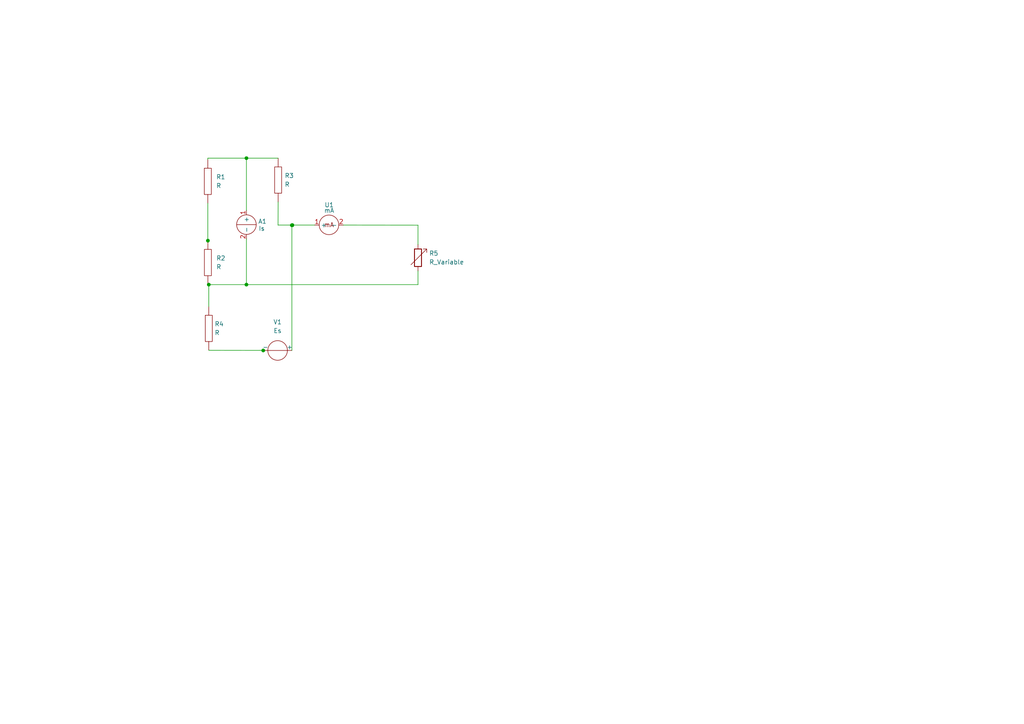
<source format=kicad_sch>
(kicad_sch (version 20211123) (generator eeschema)

  (uuid ad71aad2-64af-418d-8aec-3555125ccf08)

  (paper "A4")

  (lib_symbols
    (symbol "Device:R_Variable" (pin_numbers hide) (pin_names (offset 0)) (in_bom yes) (on_board yes)
      (property "Reference" "R" (id 0) (at 2.54 -2.54 90)
        (effects (font (size 1.27 1.27)) (justify left))
      )
      (property "Value" "R_Variable" (id 1) (at -2.54 -1.27 90)
        (effects (font (size 1.27 1.27)) (justify left))
      )
      (property "Footprint" "" (id 2) (at -1.778 0 90)
        (effects (font (size 1.27 1.27)) hide)
      )
      (property "Datasheet" "~" (id 3) (at 0 0 0)
        (effects (font (size 1.27 1.27)) hide)
      )
      (property "ki_keywords" "R res resistor variable potentiometer rheostat" (id 4) (at 0 0 0)
        (effects (font (size 1.27 1.27)) hide)
      )
      (property "ki_description" "Variable resistor" (id 5) (at 0 0 0)
        (effects (font (size 1.27 1.27)) hide)
      )
      (property "ki_fp_filters" "R_*" (id 6) (at 0 0 0)
        (effects (font (size 1.27 1.27)) hide)
      )
      (symbol "R_Variable_0_1"
        (rectangle (start -1.016 -2.54) (end 1.016 2.54)
          (stroke (width 0.254) (type default) (color 0 0 0 0))
          (fill (type none))
        )
        (polyline
          (pts
            (xy 2.54 1.524)
            (xy 2.54 2.54)
            (xy 1.524 2.54)
            (xy 2.54 2.54)
            (xy -2.032 -2.032)
          )
          (stroke (width 0) (type default) (color 0 0 0 0))
          (fill (type none))
        )
      )
      (symbol "R_Variable_1_1"
        (pin passive line (at 0 3.81 270) (length 1.27)
          (name "~" (effects (font (size 1.27 1.27))))
          (number "1" (effects (font (size 1.27 1.27))))
        )
        (pin passive line (at 0 -3.81 90) (length 1.27)
          (name "~" (effects (font (size 1.27 1.27))))
          (number "2" (effects (font (size 1.27 1.27))))
        )
      )
    )
    (symbol "pspice:R" (pin_numbers hide) (pin_names (offset 0)) (in_bom yes) (on_board yes)
      (property "Reference" "R" (id 0) (at 2.032 0 90)
        (effects (font (size 1.27 1.27)))
      )
      (property "Value" "R" (id 1) (at 0 0 90)
        (effects (font (size 1.27 1.27)))
      )
      (property "Footprint" "" (id 2) (at 0 0 0)
        (effects (font (size 1.27 1.27)) hide)
      )
      (property "Datasheet" "~" (id 3) (at 0 0 0)
        (effects (font (size 1.27 1.27)) hide)
      )
      (property "ki_keywords" "resistor simulation" (id 4) (at 0 0 0)
        (effects (font (size 1.27 1.27)) hide)
      )
      (property "ki_description" "Resistor symbol for simulation only" (id 5) (at 0 0 0)
        (effects (font (size 1.27 1.27)) hide)
      )
      (symbol "R_0_1"
        (rectangle (start -1.016 3.81) (end 1.016 -3.81)
          (stroke (width 0) (type default) (color 0 0 0 0))
          (fill (type none))
        )
      )
      (symbol "R_1_1"
        (pin passive line (at 0 6.35 270) (length 2.54)
          (name "~" (effects (font (size 1.27 1.27))))
          (number "1" (effects (font (size 1.27 1.27))))
        )
        (pin passive line (at 0 -6.35 90) (length 2.54)
          (name "~" (effects (font (size 1.27 1.27))))
          (number "2" (effects (font (size 1.27 1.27))))
        )
      )
    )
    (symbol "test2021:Es" (pin_numbers hide) (pin_names (offset 0)) (in_bom yes) (on_board yes)
      (property "Reference" "V" (id 0) (at -3.5306 2.667 0)
        (effects (font (size 1.27 1.27)))
      )
      (property "Value" "Es" (id 1) (at -2.9972 -3.3782 0)
        (effects (font (size 1.27 1.27)))
      )
      (property "Footprint" "" (id 2) (at -1.778 -0.0508 90)
        (effects (font (size 1.27 1.27)) hide)
      )
      (property "Datasheet" "~" (id 3) (at -3.5306 -1.1176 0)
        (effects (font (size 1.27 1.27)) hide)
      )
      (property "ki_keywords" "R res resistor" (id 4) (at 0 0 0)
        (effects (font (size 1.27 1.27)) hide)
      )
      (property "ki_description" "Resistor" (id 5) (at 0 0 0)
        (effects (font (size 1.27 1.27)) hide)
      )
      (property "ki_fp_filters" "R_*" (id 6) (at 0 0 0)
        (effects (font (size 1.27 1.27)) hide)
      )
      (symbol "Es_0_1"
        (circle (center 0 -0.0508) (radius 2.8398)
          (stroke (width 0) (type default) (color 0 0 0 0))
          (fill (type none))
        )
        (polyline
          (pts
            (xy 0 2.7686)
            (xy 0 2.7686)
          )
          (stroke (width 0) (type default) (color 0 0 0 0))
          (fill (type none))
        )
        (polyline
          (pts
            (xy 0 2.794)
            (xy 0 -2.921)
          )
          (stroke (width 0) (type default) (color 0 0 0 0))
          (fill (type none))
        )
      )
      (symbol "Es_1_1"
        (pin passive line (at 0 4.0894 270) (length 1.27)
          (name "+" (effects (font (size 1.27 1.27))))
          (number "1" (effects (font (size 1.27 1.27))))
        )
        (pin passive line (at 0 -4.2164 90) (length 1.27)
          (name "-" (effects (font (size 1.27 1.27))))
          (number "2" (effects (font (size 1.27 1.27))))
        )
      )
    )
    (symbol "test2021:Is" (in_bom yes) (on_board yes)
      (property "Reference" "A" (id 0) (at -3.2258 -3.2004 0)
        (effects (font (size 1.27 1.27)))
      )
      (property "Value" "Is" (id 1) (at -3.5052 2.286 0)
        (effects (font (size 1.27 1.27)))
      )
      (property "Footprint" "" (id 2) (at 0.0762 -0.0254 0)
        (effects (font (size 1.27 1.27)) hide)
      )
      (property "Datasheet" "" (id 3) (at 0.0762 -0.0254 0)
        (effects (font (size 1.27 1.27)) hide)
      )
      (symbol "Is_0_1"
        (polyline
          (pts
            (xy -2.8448 0)
            (xy 2.794 0)
          )
          (stroke (width 0) (type default) (color 0 0 0 0))
          (fill (type none))
        )
        (polyline
          (pts
            (xy 0 2.8194)
            (xy 0 2.8194)
          )
          (stroke (width 0) (type default) (color 0 0 0 0))
          (fill (type none))
        )
        (circle (center 0 0) (radius 2.8398)
          (stroke (width 0) (type default) (color 0 0 0 0))
          (fill (type none))
        )
      )
      (symbol "Is_1_1"
        (pin passive line (at 0 4.1402 270) (length 1.27)
          (name "+" (effects (font (size 1.27 1.27))))
          (number "1" (effects (font (size 1.27 1.27))))
        )
        (pin passive line (at 0 -4.1656 90) (length 1.27)
          (name "-" (effects (font (size 1.27 1.27))))
          (number "2" (effects (font (size 1.27 1.27))))
        )
      )
    )
    (symbol "test2021:mA" (in_bom yes) (on_board yes)
      (property "Reference" "U" (id 0) (at -1.1176 -3.556 0)
        (effects (font (size 1.27 1.27)))
      )
      (property "Value" "mA" (id 1) (at -4.6736 3.7592 0)
        (effects (font (size 1.27 1.27)))
      )
      (property "Footprint" "" (id 2) (at 0 0.0254 0)
        (effects (font (size 1.27 1.27)) hide)
      )
      (property "Datasheet" "" (id 3) (at 0 0.0254 0)
        (effects (font (size 1.27 1.27)) hide)
      )
      (symbol "mA_0_0"
        (text "mA" (at -0.1016 0.0508 0)
          (effects (font (size 1.27 1.27)))
        )
      )
      (symbol "mA_0_1"
        (circle (center -0.1143 0.0635) (radius 2.8398)
          (stroke (width 0) (type default) (color 0 0 0 0))
          (fill (type none))
        )
        (polyline
          (pts
            (xy -2.9337 0.0635)
            (xy -2.9337 0.0635)
          )
          (stroke (width 0) (type default) (color 0 0 0 0))
          (fill (type none))
        )
      )
      (symbol "mA_1_1"
        (pin passive line (at -4.2672 0 0) (length 1.27)
          (name "+" (effects (font (size 1.27 1.27))))
          (number "1" (effects (font (size 1.27 1.27))))
        )
        (pin passive line (at 4.064 0 180) (length 1.27)
          (name "-" (effects (font (size 1.27 1.27))))
          (number "2" (effects (font (size 1.27 1.27))))
        )
      )
    )
  )

  (junction (at 60.2996 69.7992) (diameter 0) (color 0 0 0 0)
    (uuid 1842c0bf-93a0-4d59-b5e5-6df32790bec6)
  )
  (junction (at 76.3524 101.6508) (diameter 0) (color 0 0 0 0)
    (uuid 1e4cc2ec-9de8-4380-b7b8-3861fe50efae)
  )
  (junction (at 84.7598 65.3288) (diameter 0) (color 0 0 0 0)
    (uuid 22fdcf8c-9d44-430b-8f04-dbe800444d59)
  )
  (junction (at 84.7852 65.278) (diameter 0) (color 0 0 0 0)
    (uuid 3387ef07-1df8-4c86-8b93-f194a01240f2)
  )
  (junction (at 60.5536 82.55) (diameter 0) (color 0 0 0 0)
    (uuid 48bacacf-15ed-4c7c-85c1-ac062ceb94ea)
  )
  (junction (at 84.709 65.3288) (diameter 0) (color 0 0 0 0)
    (uuid 8e8b832f-206e-4e0b-b7f4-b0c560dc988f)
  )
  (junction (at 71.4756 45.8724) (diameter 0) (color 0 0 0 0)
    (uuid bafa6f41-fee9-47c1-b728-21f3eb7cbb40)
  )
  (junction (at 71.4756 82.55) (diameter 0) (color 0 0 0 0)
    (uuid ce6f3b3f-8b56-44e0-a082-e336e3ab3c1c)
  )
  (junction (at 84.6582 65.3288) (diameter 0) (color 0 0 0 0)
    (uuid e8eda4f9-7e4a-4853-8aa5-efbd3859ce37)
  )

  (wire (pts (xy 84.709 65.3288) (xy 84.7598 65.3288))
    (stroke (width 0) (type default) (color 0 0 0 0))
    (uuid 02a2446f-c5ee-4b46-8fd1-8b8e18381800)
  )
  (wire (pts (xy 80.645 65.278) (xy 84.7852 65.278))
    (stroke (width 0) (type default) (color 0 0 0 0))
    (uuid 048b8622-dcc7-4748-ab7f-c45bb6f5df8b)
  )
  (wire (pts (xy 60.5536 82.55) (xy 71.4756 82.55))
    (stroke (width 0) (type default) (color 0 0 0 0))
    (uuid 04b07678-b194-4273-82a1-6841f8d8828b)
  )
  (wire (pts (xy 71.4756 82.55) (xy 71.4756 69.3166))
    (stroke (width 0) (type default) (color 0 0 0 0))
    (uuid 05d6f4a5-75d1-4ed0-99bb-c9ecf0a7fd6f)
  )
  (wire (pts (xy 60.5536 101.6) (xy 76.454 101.6254))
    (stroke (width 0) (type default) (color 0 0 0 0))
    (uuid 21592679-a3c5-47f8-af23-3e79216dc872)
  )
  (wire (pts (xy 71.4756 45.8724) (xy 71.4756 61.0108))
    (stroke (width 0) (type default) (color 0 0 0 0))
    (uuid 28ce5c81-1be9-4cc3-bf90-f80a3b469d8f)
  )
  (wire (pts (xy 60.2742 58.9534) (xy 60.2742 69.85))
    (stroke (width 0) (type default) (color 0 0 0 0))
    (uuid 2cf294b4-3f21-45a6-8879-4e6ab58c574a)
  )
  (wire (pts (xy 99.5934 65.278) (xy 121.2342 65.3034))
    (stroke (width 0) (type default) (color 0 0 0 0))
    (uuid 35063e92-836a-49ac-affb-8edbf010c03f)
  )
  (wire (pts (xy 60.2996 82.4992) (xy 60.5536 82.55))
    (stroke (width 0) (type default) (color 0 0 0 0))
    (uuid 38fe5354-6de6-4004-8152-416d87c1d26a)
  )
  (wire (pts (xy 84.7852 65.278) (xy 84.709 65.3288))
    (stroke (width 0) (type default) (color 0 0 0 0))
    (uuid 4104f839-8f75-4d84-b8b0-cd25cdf17341)
  )
  (wire (pts (xy 121.2342 82.55) (xy 71.4756 82.55))
    (stroke (width 0) (type default) (color 0 0 0 0))
    (uuid 503e2cbe-61fb-444d-baa2-11b1dff77af4)
  )
  (wire (pts (xy 60.2742 69.85) (xy 60.2996 69.7992))
    (stroke (width 0) (type default) (color 0 0 0 0))
    (uuid 983edb54-6720-4569-92ee-78a4db5c7fe7)
  )
  (wire (pts (xy 80.6704 58.5724) (xy 80.645 65.278))
    (stroke (width 0) (type default) (color 0 0 0 0))
    (uuid 9a69721a-c10b-4806-abb5-5049add4a3e1)
  )
  (wire (pts (xy 84.6582 65.3288) (xy 84.709 65.3288))
    (stroke (width 0) (type default) (color 0 0 0 0))
    (uuid b296b0be-df7c-42da-8adb-c6c89e373584)
  )
  (wire (pts (xy 71.4756 45.8724) (xy 80.6704 45.8724))
    (stroke (width 0) (type default) (color 0 0 0 0))
    (uuid c3eb778d-0e7f-44d8-99c5-ec2bca85c135)
  )
  (wire (pts (xy 121.2342 65.3034) (xy 121.2342 70.9422))
    (stroke (width 0) (type default) (color 0 0 0 0))
    (uuid c3f88ba2-65c2-4e13-9989-80b78d93dab6)
  )
  (wire (pts (xy 60.2742 46.2534) (xy 60.2742 45.8724))
    (stroke (width 0) (type default) (color 0 0 0 0))
    (uuid c3fe1253-21f2-46bf-8120-24727fb6e02e)
  )
  (wire (pts (xy 84.7852 65.278) (xy 91.2622 65.278))
    (stroke (width 0) (type default) (color 0 0 0 0))
    (uuid cd802ff8-b046-4d73-bd20-da69b7dcf872)
  )
  (wire (pts (xy 60.2742 45.8724) (xy 71.4756 45.8724))
    (stroke (width 0) (type default) (color 0 0 0 0))
    (uuid d5c3b5e4-b768-4b94-930a-a15d788d186c)
  )
  (wire (pts (xy 76.454 101.6254) (xy 76.3524 101.6508))
    (stroke (width 0) (type default) (color 0 0 0 0))
    (uuid e6321a48-1684-4588-90e7-b85e76ec3a21)
  )
  (wire (pts (xy 60.5536 82.55) (xy 60.5536 88.9))
    (stroke (width 0) (type default) (color 0 0 0 0))
    (uuid f0820ae9-c7b4-49ce-b442-248689954b4a)
  )
  (wire (pts (xy 121.2342 78.5622) (xy 121.2342 82.55))
    (stroke (width 0) (type default) (color 0 0 0 0))
    (uuid f8864636-5003-4866-b553-ba06a8f9f743)
  )
  (wire (pts (xy 84.6582 101.6508) (xy 84.6582 65.3288))
    (stroke (width 0) (type default) (color 0 0 0 0))
    (uuid fd4110ec-89d8-435d-9c86-a44dcd149739)
  )

  (symbol (lib_id "pspice:R") (at 60.2996 76.1492 0) (unit 1)
    (in_bom yes) (on_board yes) (fields_autoplaced)
    (uuid 4a3fcb78-08c1-456e-b3c2-b4d745a41411)
    (property "Reference" "R2" (id 0) (at 62.7126 74.8791 0)
      (effects (font (size 1.27 1.27)) (justify left))
    )
    (property "Value" "R" (id 1) (at 62.7126 77.4191 0)
      (effects (font (size 1.27 1.27)) (justify left))
    )
    (property "Footprint" "test2021:R" (id 2) (at 60.2996 76.1492 0)
      (effects (font (size 1.27 1.27)) hide)
    )
    (property "Datasheet" "~" (id 3) (at 60.2996 76.1492 0)
      (effects (font (size 1.27 1.27)) hide)
    )
    (pin "1" (uuid 8469d1fb-bf4f-4aa6-a86e-c4244eb48da4))
    (pin "2" (uuid 485241c2-2b41-4aa0-ac46-ea02b4ea42aa))
  )

  (symbol (lib_id "test2021:mA") (at 95.5294 65.278 0) (unit 1)
    (in_bom yes) (on_board yes)
    (uuid 51ef663c-e7bc-47d7-9a11-384a71ed815d)
    (property "Reference" "U1" (id 0) (at 95.4786 59.436 0))
    (property "Value" "mA" (id 1) (at 95.4786 61.0616 0))
    (property "Footprint" "test2021:Multimeter" (id 2) (at 95.5294 65.2526 0)
      (effects (font (size 1.27 1.27)) hide)
    )
    (property "Datasheet" "" (id 3) (at 95.5294 65.2526 0)
      (effects (font (size 1.27 1.27)) hide)
    )
    (pin "1" (uuid 78f05183-1f9f-4e62-9912-11d3c571fa8c))
    (pin "2" (uuid ddb631f5-6e00-44c0-8b3d-425d6ceec6bc))
  )

  (symbol (lib_id "pspice:R") (at 60.2742 52.6034 0) (unit 1)
    (in_bom yes) (on_board yes) (fields_autoplaced)
    (uuid 52ef4d27-2ec6-4265-be26-27896381b7d5)
    (property "Reference" "R1" (id 0) (at 62.6872 51.3333 0)
      (effects (font (size 1.27 1.27)) (justify left))
    )
    (property "Value" "R" (id 1) (at 62.6872 53.8733 0)
      (effects (font (size 1.27 1.27)) (justify left))
    )
    (property "Footprint" "test2021:R" (id 2) (at 60.2742 52.6034 0)
      (effects (font (size 1.27 1.27)) hide)
    )
    (property "Datasheet" "~" (id 3) (at 60.2742 52.6034 0)
      (effects (font (size 1.27 1.27)) hide)
    )
    (pin "1" (uuid cdb83e6a-ca59-4127-8f16-db4ae199d506))
    (pin "2" (uuid 355751ac-9f08-4fec-aea9-462d33920d5e))
  )

  (symbol (lib_id "pspice:R") (at 80.6704 52.2224 0) (unit 1)
    (in_bom yes) (on_board yes) (fields_autoplaced)
    (uuid 72c72696-2838-473a-b2ad-fb1ba10296ec)
    (property "Reference" "R3" (id 0) (at 82.55 50.9523 0)
      (effects (font (size 1.27 1.27)) (justify left))
    )
    (property "Value" "R" (id 1) (at 82.55 53.4923 0)
      (effects (font (size 1.27 1.27)) (justify left))
    )
    (property "Footprint" "test2021:R" (id 2) (at 80.6704 52.2224 0)
      (effects (font (size 1.27 1.27)) hide)
    )
    (property "Datasheet" "~" (id 3) (at 80.6704 52.2224 0)
      (effects (font (size 1.27 1.27)) hide)
    )
    (pin "1" (uuid ce3604b3-c155-45d0-9b38-3214632e507e))
    (pin "2" (uuid 3ab09ad4-59ba-4d2b-8861-0b497665d6e4))
  )

  (symbol (lib_id "pspice:R") (at 60.5536 95.25 0) (unit 1)
    (in_bom yes) (on_board yes) (fields_autoplaced)
    (uuid 9112dd6f-cee7-41da-9b06-01d1acbf2f8f)
    (property "Reference" "R4" (id 0) (at 62.23 93.9799 0)
      (effects (font (size 1.27 1.27)) (justify left))
    )
    (property "Value" "R" (id 1) (at 62.23 96.5199 0)
      (effects (font (size 1.27 1.27)) (justify left))
    )
    (property "Footprint" "test2021:R" (id 2) (at 60.5536 95.25 0)
      (effects (font (size 1.27 1.27)) hide)
    )
    (property "Datasheet" "~" (id 3) (at 60.5536 95.25 0)
      (effects (font (size 1.27 1.27)) hide)
    )
    (pin "1" (uuid fb1d3b8b-1669-4a19-b01a-d96bead000de))
    (pin "2" (uuid 755fc66e-1201-421c-8580-f5e20fa23fee))
  )

  (symbol (lib_id "test2021:Es") (at 80.5688 101.6508 270) (unit 1)
    (in_bom yes) (on_board yes) (fields_autoplaced)
    (uuid 94ab70ae-d0e9-469a-92e4-1ebc198d4b6d)
    (property "Reference" "V1" (id 0) (at 80.5053 93.3958 90))
    (property "Value" "Es" (id 1) (at 80.5053 95.9358 90))
    (property "Footprint" "test2021:Vs" (id 2) (at 80.518 99.8728 90)
      (effects (font (size 1.27 1.27)) hide)
    )
    (property "Datasheet" "~" (id 3) (at 79.4512 98.1202 0)
      (effects (font (size 1.27 1.27)) hide)
    )
    (pin "1" (uuid e0481536-c794-4925-9cd1-0998db455742))
    (pin "2" (uuid d91db516-15d9-4d83-8278-758257f5b56d))
  )

  (symbol (lib_id "Device:R_Variable") (at 121.2342 74.7522 0) (unit 1)
    (in_bom yes) (on_board yes) (fields_autoplaced)
    (uuid bbbf1fc3-c8e1-4eaa-a352-6ccffd6e90db)
    (property "Reference" "R5" (id 0) (at 124.46 73.4821 0)
      (effects (font (size 1.27 1.27)) (justify left))
    )
    (property "Value" "R_Variable" (id 1) (at 124.46 76.0221 0)
      (effects (font (size 1.27 1.27)) (justify left))
    )
    (property "Footprint" "test2021:Rv" (id 2) (at 119.4562 74.7522 90)
      (effects (font (size 1.27 1.27)) hide)
    )
    (property "Datasheet" "~" (id 3) (at 121.2342 74.7522 0)
      (effects (font (size 1.27 1.27)) hide)
    )
    (pin "1" (uuid 8bd0fa32-2376-4927-90b1-bd6641ae5e07))
    (pin "2" (uuid 1a366c01-f65b-4420-9ae7-f186d4630999))
  )

  (symbol (lib_id "test2021:Is") (at 71.4756 65.151 0) (unit 1)
    (in_bom yes) (on_board yes)
    (uuid f94f4757-e33b-44bf-8e64-8ba2af74b120)
    (property "Reference" "A1" (id 0) (at 74.8538 64.2112 0)
      (effects (font (size 1.27 1.27)) (justify left))
    )
    (property "Value" "Is" (id 1) (at 74.9808 66.2686 0)
      (effects (font (size 1.27 1.27)) (justify left))
    )
    (property "Footprint" "test2021:Is" (id 2) (at 71.5518 65.1764 0)
      (effects (font (size 1.27 1.27)) hide)
    )
    (property "Datasheet" "" (id 3) (at 71.5518 65.1764 0)
      (effects (font (size 1.27 1.27)) hide)
    )
    (pin "1" (uuid 1708b346-0ced-4a92-a240-a0af70a3739a))
    (pin "2" (uuid 9bafdc1d-ccc7-48d1-81aa-8a4f885c2c78))
  )

  (sheet_instances
    (path "/" (page "1"))
  )

  (symbol_instances
    (path "/f94f4757-e33b-44bf-8e64-8ba2af74b120"
      (reference "A1") (unit 1) (value "Is") (footprint "test2021:Is")
    )
    (path "/52ef4d27-2ec6-4265-be26-27896381b7d5"
      (reference "R1") (unit 1) (value "R") (footprint "test2021:R")
    )
    (path "/4a3fcb78-08c1-456e-b3c2-b4d745a41411"
      (reference "R2") (unit 1) (value "R") (footprint "test2021:R")
    )
    (path "/72c72696-2838-473a-b2ad-fb1ba10296ec"
      (reference "R3") (unit 1) (value "R") (footprint "test2021:R")
    )
    (path "/9112dd6f-cee7-41da-9b06-01d1acbf2f8f"
      (reference "R4") (unit 1) (value "R") (footprint "test2021:R")
    )
    (path "/bbbf1fc3-c8e1-4eaa-a352-6ccffd6e90db"
      (reference "R5") (unit 1) (value "R_Variable") (footprint "test2021:Rv")
    )
    (path "/51ef663c-e7bc-47d7-9a11-384a71ed815d"
      (reference "U1") (unit 1) (value "mA") (footprint "test2021:Multimeter")
    )
    (path "/94ab70ae-d0e9-469a-92e4-1ebc198d4b6d"
      (reference "V1") (unit 1) (value "Es") (footprint "test2021:Vs")
    )
  )
)

</source>
